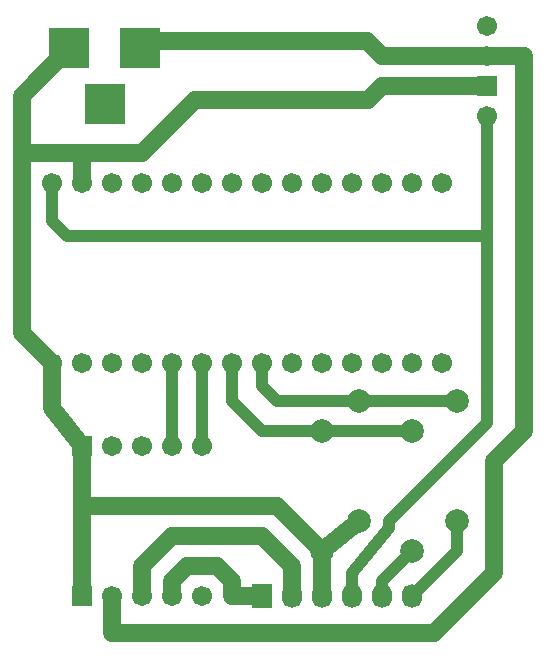
<source format=gbr>
G04 #@! TF.FileFunction,Copper,L2,Bot,Signal*
%FSLAX46Y46*%
G04 Gerber Fmt 4.6, Leading zero omitted, Abs format (unit mm)*
G04 Created by KiCad (PCBNEW 4.0.5+dfsg1-4) date Mon Sep  4 17:10:53 2017*
%MOMM*%
%LPD*%
G01*
G04 APERTURE LIST*
%ADD10C,0.100000*%
%ADD11R,1.300000X1.300000*%
%ADD12C,1.300000*%
%ADD13R,3.500120X3.500120*%
%ADD14C,1.701800*%
%ADD15R,1.701800X1.701800*%
%ADD16R,1.727200X2.032000*%
%ADD17O,1.727200X2.032000*%
%ADD18C,1.998980*%
%ADD19C,1.500000*%
%ADD20C,0.250000*%
%ADD21C,1.000000*%
G04 APERTURE END LIST*
D10*
D11*
X139700000Y-64770000D03*
D12*
X139700000Y-69770000D03*
D13*
X131930140Y-65405000D03*
X125930660Y-65405000D03*
X128930400Y-70104000D03*
D14*
X137160000Y-99060000D03*
X134620000Y-99060000D03*
X132080000Y-99060000D03*
X129540000Y-99060000D03*
D15*
X127000000Y-99060000D03*
X127000000Y-111760000D03*
D14*
X129540000Y-111760000D03*
X132080000Y-111760000D03*
X134620000Y-111760000D03*
X137160000Y-111760000D03*
D16*
X142240000Y-111760000D03*
D17*
X144780000Y-111760000D03*
X147320000Y-111760000D03*
X149860000Y-111760000D03*
X152400000Y-111760000D03*
X154940000Y-111760000D03*
D18*
X154940000Y-97790000D03*
X154940000Y-107950000D03*
X147320000Y-107950000D03*
X147320000Y-97790000D03*
X158750000Y-95250000D03*
X158750000Y-105410000D03*
X150495000Y-105410000D03*
X150495000Y-95250000D03*
D14*
X127000000Y-92075000D03*
X129540000Y-92075000D03*
X132080000Y-92075000D03*
X134620000Y-92075000D03*
X137160000Y-92075000D03*
X139700000Y-92075000D03*
X142240000Y-92075000D03*
X144780000Y-92075000D03*
X147320000Y-92075000D03*
X149860000Y-92075000D03*
X152400000Y-92075000D03*
X154940000Y-92075000D03*
X157480000Y-92075000D03*
X157480000Y-76835000D03*
X154940000Y-76835000D03*
X152400000Y-76835000D03*
X149860000Y-76835000D03*
X147320000Y-76835000D03*
X144780000Y-76835000D03*
X142240000Y-76835000D03*
X139700000Y-76835000D03*
X137160000Y-76835000D03*
X134620000Y-76835000D03*
X132080000Y-76835000D03*
X129540000Y-76835000D03*
X127000000Y-76835000D03*
X124460000Y-76835000D03*
X124460000Y-92075000D03*
X161305000Y-71120000D03*
D15*
X161305000Y-68580000D03*
D14*
X161305000Y-66040000D03*
X161305000Y-63500000D03*
D19*
X161305000Y-66040000D02*
X164465000Y-66040000D01*
X129540000Y-111760000D02*
X129540000Y-114935000D01*
X129540000Y-114935000D02*
X156210000Y-114935000D01*
X156210000Y-114935000D02*
X156845000Y-114935000D01*
X156845000Y-114935000D02*
X161925000Y-109855000D01*
X161925000Y-109855000D02*
X161925000Y-100330000D01*
X161925000Y-100330000D02*
X164465000Y-97790000D01*
X164465000Y-97790000D02*
X164465000Y-66040000D01*
X164465000Y-66040000D02*
X164225002Y-66279998D01*
X164225002Y-66279998D02*
X164465000Y-66040000D01*
X139700000Y-64770000D02*
X151130000Y-64770000D01*
X139700000Y-64770000D02*
X132715000Y-64770000D01*
X132715000Y-64770000D02*
X131930140Y-65405000D01*
D20*
X140335000Y-64850000D02*
X145495000Y-64770000D01*
D19*
X152400000Y-66040000D02*
X161305000Y-66040000D01*
X151130000Y-64770000D02*
X152400000Y-66040000D01*
X121920000Y-74295000D02*
X121920000Y-69415660D01*
X121920000Y-69415660D02*
X125930660Y-65405000D01*
X124460000Y-74295000D02*
X121920000Y-74295000D01*
X121920000Y-89535000D02*
X124460000Y-92075000D01*
X121920000Y-74295000D02*
X121920000Y-89535000D01*
X127000000Y-74295000D02*
X132080000Y-74295000D01*
X136605000Y-69770000D02*
X139700000Y-69770000D01*
X132080000Y-74295000D02*
X136605000Y-69770000D01*
X125295660Y-65405000D02*
X125095000Y-65405000D01*
X127000000Y-74295000D02*
X127000000Y-76835000D01*
X124460000Y-74295000D02*
X127000000Y-74295000D01*
X152400000Y-68580000D02*
X161305000Y-68580000D01*
X139700000Y-69770000D02*
X151210000Y-69770000D01*
X151210000Y-69770000D02*
X152400000Y-68580000D01*
X147320000Y-107950000D02*
X147320000Y-111760000D01*
X147320000Y-107950000D02*
X150495000Y-105410000D01*
X147320000Y-107950000D02*
X143510000Y-104140000D01*
X143510000Y-104140000D02*
X127000000Y-104140000D01*
X127000000Y-104775000D02*
X127000000Y-104140000D01*
X127000000Y-104140000D02*
X127000000Y-111760000D01*
X127000000Y-99060000D02*
X127000000Y-104775000D01*
X124460000Y-92075000D02*
X124460000Y-95885000D01*
X124460000Y-95885000D02*
X127000000Y-99060000D01*
X125295660Y-65405000D02*
X125295660Y-65839340D01*
D21*
X137160000Y-92075000D02*
X137160000Y-99060000D01*
X134620000Y-92075000D02*
X134620000Y-99060000D01*
D19*
X144780000Y-111760000D02*
X144780000Y-109220000D01*
X132080000Y-109220000D02*
X132080000Y-111760000D01*
X134620000Y-106680000D02*
X132080000Y-109220000D01*
X142240000Y-106680000D02*
X134620000Y-106680000D01*
X144780000Y-109220000D02*
X142240000Y-106680000D01*
X134620000Y-111760000D02*
X134620000Y-110490000D01*
X139700000Y-111760000D02*
X142240000Y-111760000D01*
X139700000Y-110490000D02*
X139700000Y-111760000D01*
X138430000Y-109220000D02*
X139700000Y-110490000D01*
X135890000Y-109220000D02*
X138430000Y-109220000D01*
X134620000Y-110490000D02*
X135890000Y-109220000D01*
D21*
X161290000Y-81280000D02*
X125730000Y-81280000D01*
X124460000Y-80010000D02*
X124460000Y-76835000D01*
X125730000Y-81280000D02*
X124460000Y-80010000D01*
X158750000Y-99695000D02*
X155575000Y-102870000D01*
X161290000Y-74930000D02*
X161290000Y-77470000D01*
X161290000Y-77470000D02*
X161290000Y-81280000D01*
X161290000Y-81280000D02*
X161290000Y-97155000D01*
X161290000Y-97155000D02*
X158750000Y-99695000D01*
X161305000Y-71120000D02*
X161290000Y-74930000D01*
X149860000Y-109855000D02*
X149860000Y-111760000D01*
X153035000Y-106045000D02*
X149860000Y-109855000D01*
X153035000Y-105410000D02*
X153035000Y-106045000D01*
X155575000Y-102870000D02*
X153035000Y-105410000D01*
X152400000Y-111760000D02*
X152400000Y-110490000D01*
X154940000Y-107950000D02*
X154940000Y-107950000D01*
X152400000Y-110490000D02*
X154940000Y-107950000D01*
X154940000Y-111760000D02*
X157480000Y-109220000D01*
X158750000Y-107950000D02*
X158750000Y-105410000D01*
X157480000Y-109220000D02*
X158750000Y-107950000D01*
X154940000Y-97790000D02*
X147320000Y-97790000D01*
X147320000Y-97790000D02*
X142240000Y-97790000D01*
X139700000Y-95250000D02*
X139700000Y-92075000D01*
X142240000Y-97790000D02*
X139700000Y-95250000D01*
X158750000Y-95250000D02*
X158750000Y-95250000D01*
X157480000Y-95250000D02*
X150495000Y-95250000D01*
X158750000Y-95250000D02*
X157480000Y-95250000D01*
X150495000Y-95250000D02*
X143510000Y-95250000D01*
X142240000Y-93980000D02*
X142240000Y-92075000D01*
X143510000Y-95250000D02*
X142240000Y-93980000D01*
M02*

</source>
